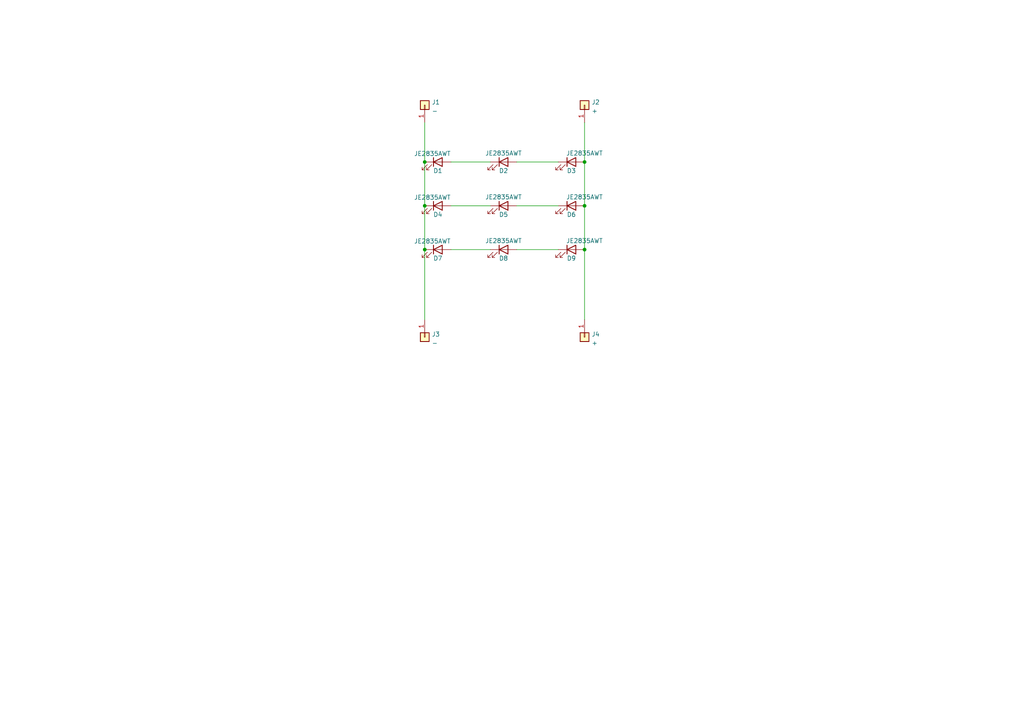
<source format=kicad_sch>
(kicad_sch (version 20211123) (generator eeschema)
  (paper "A4")
  (lib_symbols
    (symbol "Connector_Generic:Conn_01x01" (pin_names (offset 1.016) hide)
      (property "Reference" "J" (at 0 2.54 0))
      (property "Value" "Conn_01x01" (at 0 -2.54 0))
      (symbol "Conn_01x01_1_1"
        (rectangle (start -1.27 0.127) (end 0 -0.127) (stroke (width 0.1524)))
        (rectangle (start -1.27 1.27) (end 1.27 -1.27) (stroke (width 0.254)) (fill (type background)))
        (pin passive line (at -5.08 0 0) (length 3.81) (name "Pin_1") (number "1"))
      )
    )
    (symbol "Device:LED" (pin_numbers hide) (pin_names (offset 1.016) hide)
      (property "Reference" "D" (at 0 2.54 0))
      (property "Value" "LED" (at 0 -2.54 0))
      (symbol "LED_0_1"
        (polyline (pts (xy -1.27 -1.27) (xy -1.27 1.27)) (stroke (width 0.254)))
        (polyline (pts (xy -1.27 0) (xy 1.27 0)))
        (polyline (pts (xy 1.27 -1.27) (xy 1.27 1.27) (xy -1.27 0) (xy 1.27 -1.27)) (stroke (width 0.254)))
        (polyline (pts (xy -3.048 -0.762) (xy -4.572 -2.286) (xy -3.81 -2.286) (xy -4.572 -2.286) (xy -4.572 -1.524)))
        (polyline (pts (xy -1.778 -0.762) (xy -3.302 -2.286) (xy -2.54 -2.286) (xy -3.302 -2.286) (xy -3.302 -1.524)))
      )
      (symbol "LED_1_1"
        (pin passive line (at -3.81 0 0) (length 2.54) (name "K") (number "1"))
        (pin passive line (at 3.81 0 180) (length 2.54) (name "A") (number "2"))
      )
    )
  )
  (junction (at 169.545 59.69))
  (junction (at 169.545 46.99))
  (junction (at 123.19 59.69))
  (junction (at 169.545 72.39))
  (junction (at 123.19 72.39))
  (junction (at 123.19 46.99))
  (wire (pts (xy 130.81 46.99) (xy 142.24 46.99)))
  (wire (pts (xy 130.81 72.39) (xy 142.24 72.39)))
  (wire (pts (xy 123.19 92.71) (xy 123.19 72.39)))
  (wire (pts (xy 149.86 59.69) (xy 161.925 59.69)))
  (wire (pts (xy 169.545 59.69) (xy 169.545 72.39)))
  (wire (pts (xy 169.545 46.99) (xy 169.545 59.69)))
  (wire (pts (xy 149.86 46.99) (xy 161.925 46.99)))
  (wire (pts (xy 169.545 72.39) (xy 169.545 92.71)))
  (wire (pts (xy 169.545 35.56) (xy 169.545 46.99)))
  (wire (pts (xy 149.86 72.39) (xy 161.925 72.39)))
  (wire (pts (xy 130.81 59.69) (xy 142.24 59.69)))
  (wire (pts (xy 123.19 59.69) (xy 123.19 72.39)))
  (wire (pts (xy 123.19 35.56) (xy 123.19 46.99)))
  (wire (pts (xy 123.19 46.99) (xy 123.19 59.69)))
  (symbol (lib_id "Connector_Generic:Conn_01x01") (at 169.545 30.48 90) (unit 1)
    (property "Reference" "J2" (at 171.577 29.6453 90) (effects (justify right)))
    (property "Value" "+" (at 171.577 32.1822 90) (effects (justify right)))
    (property "Footprint" "Connector_Wire:SolderWirePad_1x01_SMD_5x10mm" (effects hide))
  )
  (symbol (lib_id "Device:LED") (at 146.05 46.99 0) (unit 1)
    (property "Reference" "D2" (at 146.05 49.53 0))
    (property "Value" "JE2835AWT" (at 146.05 44.45 0))
    (property "Footprint" "LED_SMD:LED_PLCC_2835_Handsoldering" (effects hide))
    (property "P/N" "JE2835AWT-00-0000-000A0HG940E (stock)" (effects hide))
  )
  (symbol (lib_id "Connector_Generic:Conn_01x01") (at 169.545 97.79 270) (unit 1)
    (property "Reference" "J4" (at 171.577 96.9553 90) (effects (justify left)))
    (property "Value" "+" (at 171.577 99.4922 90) (effects (justify left)))
    (property "Footprint" "Connector_Wire:SolderWirePad_1x01_SMD_5x10mm" (effects hide))
  )
  (symbol (lib_id "Device:LED") (at 146.05 59.69 0) (unit 1)
    (property "Reference" "D5" (at 146.05 62.23 0))
    (property "Value" "JE2835AWT" (at 146.05 57.15 0))
    (property "Footprint" "LED_SMD:LED_PLCC_2835_Handsoldering" (effects hide))
    (property "P/N" "JE2835AWT-00-0000-000A0HG940E (stock)" (effects hide))
  )
  (symbol (lib_id "Device:LED") (at 165.735 46.99 0) (unit 1)
    (property "Reference" "D3" (at 165.735 49.53 0))
    (property "Value" "JE2835AWT" (at 169.545 44.45 0))
    (property "Footprint" "LED_SMD:LED_PLCC_2835_Handsoldering" (effects hide))
    (property "P/N" "JE2835AWT-00-0000-000A0HG940E (stock)" (effects hide))
  )
  (symbol (lib_id "Device:LED") (at 127 46.99 0) (unit 1)
    (property "Reference" "D1" (at 127 49.53 0))
    (property "Value" "JE2835AWT" (at 125.4125 44.5571 0))
    (property "Footprint" "LED_SMD:LED_PLCC_2835_Handsoldering" (effects hide))
    (property "P/N" "JE2835AWT-00-0000-000A0HG940E (stock)" (effects hide))
  )
  (symbol (lib_id "Device:LED") (at 165.735 72.39 0) (unit 1)
    (property "Reference" "D9" (at 165.735 74.93 0))
    (property "Value" "JE2835AWT" (at 169.545 69.85 0))
    (property "Footprint" "LED_SMD:LED_PLCC_2835_Handsoldering" (effects hide))
    (property "P/N" "JE2835AWT-00-0000-000A0HG940E (stock)" (effects hide))
  )
  (symbol (lib_id "Connector_Generic:Conn_01x01") (at 123.19 30.48 90) (unit 1)
    (property "Reference" "J1" (at 125.222 29.6453 90) (effects (justify right)))
    (property "Value" "-" (at 125.222 32.1822 90) (effects (justify right)))
    (property "Footprint" "Connector_Wire:SolderWirePad_1x01_SMD_5x10mm" (effects hide))
  )
  (symbol (lib_id "Device:LED") (at 127 72.39 0) (unit 1)
    (property "Reference" "D7" (at 127 74.93 0))
    (property "Value" "JE2835AWT" (at 125.4125 69.9571 0))
    (property "Footprint" "LED_SMD:LED_PLCC_2835_Handsoldering" (effects hide))
    (property "P/N" "JE2835AWT-00-0000-000A0HG940E (stock)" (effects hide))
  )
  (symbol (lib_id "Device:LED") (at 127 59.69 0) (unit 1)
    (property "Reference" "D4" (at 127 62.23 0))
    (property "Value" "JE2835AWT" (at 125.4125 57.2571 0))
    (property "Footprint" "LED_SMD:LED_PLCC_2835_Handsoldering" (effects hide))
    (property "P/N" "JE2835AWT-00-0000-000A0HG940E (stock)" (effects hide))
  )
  (symbol (lib_id "Device:LED") (at 165.735 59.69 0) (unit 1)
    (property "Reference" "D6" (at 165.735 62.23 0))
    (property "Value" "JE2835AWT" (at 169.545 57.15 0))
    (property "Footprint" "LED_SMD:LED_PLCC_2835_Handsoldering" (effects hide))
    (property "P/N" "JE2835AWT-00-0000-000A0HG940E (stock)" (effects hide))
  )
  (symbol (lib_id "Device:LED") (at 146.05 72.39 0) (unit 1)
    (property "Reference" "D8" (at 146.05 74.93 0))
    (property "Value" "JE2835AWT" (at 146.05 69.85 0))
    (property "Footprint" "LED_SMD:LED_PLCC_2835_Handsoldering" (effects hide))
    (property "P/N" "JE2835AWT-00-0000-000A0HG940E (stock)" (effects hide))
  )
  (symbol (lib_id "Connector_Generic:Conn_01x01") (at 123.19 97.79 270) (unit 1)
    (property "Reference" "J3" (at 125.222 96.9553 90) (effects (justify left)))
    (property "Value" "-" (at 125.222 99.4922 90) (effects (justify left)))
    (property "Footprint" "Connector_Wire:SolderWirePad_1x01_SMD_5x10mm" (effects hide))
  )
)
</source>
